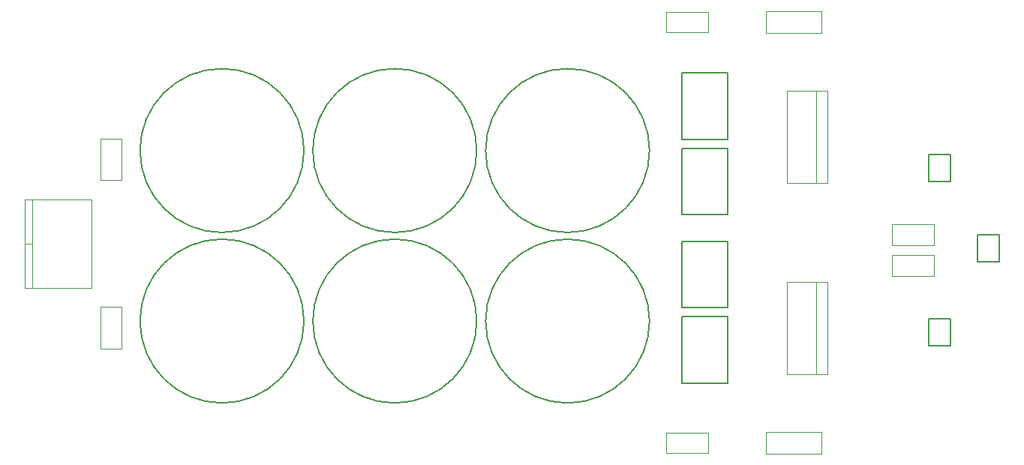
<source format=gbr>
G04*
G04 #@! TF.GenerationSoftware,Altium Limited,Altium Designer,24.5.1 (21)*
G04*
G04 Layer_Color=16711935*
%FSLAX25Y25*%
%MOIN*%
G70*
G04*
G04 #@! TF.SameCoordinates,C76CA4C4-4B78-49E4-996D-9464DF6DB47D*
G04*
G04*
G04 #@! TF.FilePolarity,Positive*
G04*
G01*
G75*
%ADD11C,0.00787*%
%ADD12C,0.00591*%
%ADD13C,0.00394*%
D11*
X306890Y67913D02*
X326969D01*
X306890Y38386D02*
Y67913D01*
Y38386D02*
X326969D01*
Y67913D01*
X438169Y92421D02*
Y104429D01*
X447657D01*
Y92421D02*
Y104429D01*
X438169Y92421D02*
X447657D01*
X416516Y55020D02*
Y67028D01*
X426004D01*
Y55020D02*
Y67028D01*
X416516Y55020D02*
X426004D01*
X416516Y127854D02*
Y139862D01*
X426004D01*
Y127854D02*
Y139862D01*
X416516Y127854D02*
X426004D01*
X306890Y71850D02*
Y101378D01*
X326969D01*
Y71850D02*
Y101378D01*
X306890Y71850D02*
X326969D01*
X306890Y146653D02*
Y176181D01*
X326969D01*
Y146653D02*
Y176181D01*
X306890Y146653D02*
X326969D01*
Y113189D02*
Y142717D01*
X306890Y113189D02*
X326969D01*
X306890D02*
Y142717D01*
X326969D01*
D12*
X215551Y141732D02*
G03*
X215551Y141732I-36417J0D01*
G01*
X138779Y65945D02*
G03*
X138779Y65945I-36417J0D01*
G01*
X292323D02*
G03*
X292323Y65945I-36417J0D01*
G01*
X215551D02*
G03*
X215551Y65945I-36417J0D01*
G01*
X138779Y141732D02*
G03*
X138779Y141732I-36417J0D01*
G01*
X292323D02*
G03*
X292323Y141732I-36417J0D01*
G01*
D13*
X353346Y127323D02*
Y168268D01*
Y168268D02*
X371457D01*
Y127323D02*
Y168268D01*
X353346Y127323D02*
X371457D01*
X366339D02*
Y168268D01*
X57774Y128543D02*
Y147047D01*
X48526D02*
X57774D01*
X48526Y128543D02*
Y147047D01*
Y128543D02*
X57774D01*
X14764Y120079D02*
X44291D01*
X14764Y80709D02*
X44291D01*
Y120079D01*
X14764Y80709D02*
Y120079D01*
Y100394D02*
X17913D01*
Y80709D02*
Y120079D01*
X48526Y53740D02*
X57774D01*
X48526D02*
Y72244D01*
X57774D01*
Y53740D02*
Y72244D01*
X299803Y194195D02*
Y203442D01*
X318307D01*
Y194195D02*
Y203442D01*
X299803Y194195D02*
X318307D01*
X343898Y7087D02*
Y16535D01*
X368701D01*
X343898Y7087D02*
X368701D01*
Y16535D01*
X418701Y85928D02*
Y95175D01*
X400197Y85928D02*
X418701D01*
X400197D02*
Y95175D01*
X418701D01*
X418701Y99707D02*
Y108955D01*
X400197Y99707D02*
X418701D01*
X400197D02*
Y108955D01*
X418701D01*
X366339Y42362D02*
Y83307D01*
X353346Y42362D02*
X371457D01*
Y83307D01*
X353346Y83307D02*
X371457D01*
X353346Y42362D02*
Y83307D01*
X343898Y194095D02*
Y203543D01*
X368701D01*
X343898Y194095D02*
X368701D01*
Y203543D01*
X299803Y7187D02*
Y16434D01*
X318307D01*
Y7187D02*
Y16434D01*
X299803Y7187D02*
X318307D01*
M02*

</source>
